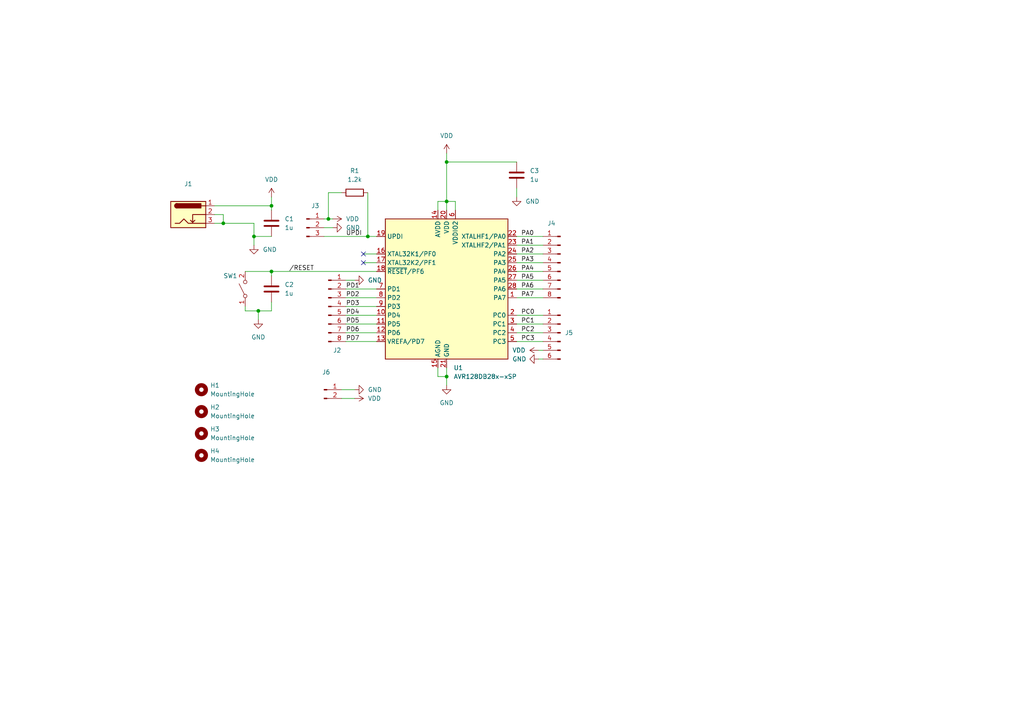
<source format=kicad_sch>
(kicad_sch (version 20211123) (generator eeschema)
  (paper "A4")
  (lib_symbols
    (symbol "Connector:Barrel_Jack_Switch_Pin3Ring" (pin_names hide)
      (property "Reference" "J" (at 0 5.334 0))
      (property "Value" "Barrel_Jack_Switch_Pin3Ring" (at 0 -5.08 0))
      (symbol "Barrel_Jack_Switch_Pin3Ring_0_1"
        (rectangle (start -5.08 3.81) (end 5.08 -3.81) (stroke (width 0.254)) (fill (type background)))
        (arc (start -3.302 3.175) (mid -3.937 2.54) (end -3.302 1.905) (stroke (width 0.254)))
        (arc (start -3.302 3.175) (mid -3.937 2.54) (end -3.302 1.905) (stroke (width 0.254)) (fill (type outline)))
        (polyline (pts (xy 1.27 -2.286) (xy 1.905 -1.651)) (stroke (width 0.254)))
        (polyline (pts (xy 5.08 2.54) (xy 3.81 2.54)) (stroke (width 0.254)))
        (polyline (pts (xy 5.08 0) (xy 1.27 0) (xy 1.27 -2.286) (xy 0.635 -1.651)) (stroke (width 0.254)))
        (polyline (pts (xy -3.81 -2.54) (xy -2.54 -2.54) (xy -1.27 -1.27) (xy 0 -2.54) (xy 2.54 -2.54) (xy 5.08 -2.54)) (stroke (width 0.254)))
        (rectangle (start 3.683 3.175) (end -3.302 1.905) (stroke (width 0.254)) (fill (type outline)))
      )
      (symbol "Barrel_Jack_Switch_Pin3Ring_1_1"
        (pin passive line (at 7.62 2.54 180) (length 2.54) (name "~") (number "1"))
        (pin passive line (at 7.62 0 180) (length 2.54) (name "~") (number "2"))
        (pin passive line (at 7.62 -2.54 180) (length 2.54) (name "~") (number "3"))
      )
    )
    (symbol "Connector:Conn_01x02_Male" (pin_names (offset 1.016) hide)
      (property "Reference" "J" (at 0 2.54 0))
      (property "Value" "Conn_01x02_Male" (at 0 -5.08 0))
      (symbol "Conn_01x02_Male_1_1"
        (polyline (pts (xy 1.27 -2.54) (xy 0.8636 -2.54)) (stroke (width 0.1524)))
        (polyline (pts (xy 1.27 0) (xy 0.8636 0)) (stroke (width 0.1524)))
        (rectangle (start 0.8636 -2.413) (end 0 -2.667) (stroke (width 0.1524)) (fill (type outline)))
        (rectangle (start 0.8636 0.127) (end 0 -0.127) (stroke (width 0.1524)) (fill (type outline)))
        (pin passive line (at 5.08 0 180) (length 3.81) (name "Pin_1") (number "1"))
        (pin passive line (at 5.08 -2.54 180) (length 3.81) (name "Pin_2") (number "2"))
      )
    )
    (symbol "Connector:Conn_01x03_Male" (pin_names (offset 1.016) hide)
      (property "Reference" "J" (at 0 5.08 0))
      (property "Value" "Conn_01x03_Male" (at 0 -5.08 0))
      (symbol "Conn_01x03_Male_1_1"
        (polyline (pts (xy 1.27 -2.54) (xy 0.8636 -2.54)) (stroke (width 0.1524)))
        (polyline (pts (xy 1.27 0) (xy 0.8636 0)) (stroke (width 0.1524)))
        (polyline (pts (xy 1.27 2.54) (xy 0.8636 2.54)) (stroke (width 0.1524)))
        (rectangle (start 0.8636 -2.413) (end 0 -2.667) (stroke (width 0.1524)) (fill (type outline)))
        (rectangle (start 0.8636 0.127) (end 0 -0.127) (stroke (width 0.1524)) (fill (type outline)))
        (rectangle (start 0.8636 2.667) (end 0 2.413) (stroke (width 0.1524)) (fill (type outline)))
        (pin passive line (at 5.08 2.54 180) (length 3.81) (name "Pin_1") (number "1"))
        (pin passive line (at 5.08 0 180) (length 3.81) (name "Pin_2") (number "2"))
        (pin passive line (at 5.08 -2.54 180) (length 3.81) (name "Pin_3") (number "3"))
      )
    )
    (symbol "Connector:Conn_01x06_Male" (pin_names (offset 1.016) hide)
      (property "Reference" "J" (at 0 7.62 0))
      (property "Value" "Conn_01x06_Male" (at 0 -10.16 0))
      (symbol "Conn_01x06_Male_1_1"
        (polyline (pts (xy 1.27 -7.62) (xy 0.8636 -7.62)) (stroke (width 0.1524)))
        (polyline (pts (xy 1.27 -5.08) (xy 0.8636 -5.08)) (stroke (width 0.1524)))
        (polyline (pts (xy 1.27 -2.54) (xy 0.8636 -2.54)) (stroke (width 0.1524)))
        (polyline (pts (xy 1.27 0) (xy 0.8636 0)) (stroke (width 0.1524)))
        (polyline (pts (xy 1.27 2.54) (xy 0.8636 2.54)) (stroke (width 0.1524)))
        (polyline (pts (xy 1.27 5.08) (xy 0.8636 5.08)) (stroke (width 0.1524)))
        (rectangle (start 0.8636 -7.493) (end 0 -7.747) (stroke (width 0.1524)) (fill (type outline)))
        (rectangle (start 0.8636 -4.953) (end 0 -5.207) (stroke (width 0.1524)) (fill (type outline)))
        (rectangle (start 0.8636 -2.413) (end 0 -2.667) (stroke (width 0.1524)) (fill (type outline)))
        (rectangle (start 0.8636 0.127) (end 0 -0.127) (stroke (width 0.1524)) (fill (type outline)))
        (rectangle (start 0.8636 2.667) (end 0 2.413) (stroke (width 0.1524)) (fill (type outline)))
        (rectangle (start 0.8636 5.207) (end 0 4.953) (stroke (width 0.1524)) (fill (type outline)))
        (pin passive line (at 5.08 5.08 180) (length 3.81) (name "Pin_1") (number "1"))
        (pin passive line (at 5.08 2.54 180) (length 3.81) (name "Pin_2") (number "2"))
        (pin passive line (at 5.08 0 180) (length 3.81) (name "Pin_3") (number "3"))
        (pin passive line (at 5.08 -2.54 180) (length 3.81) (name "Pin_4") (number "4"))
        (pin passive line (at 5.08 -5.08 180) (length 3.81) (name "Pin_5") (number "5"))
        (pin passive line (at 5.08 -7.62 180) (length 3.81) (name "Pin_6") (number "6"))
      )
    )
    (symbol "Connector:Conn_01x08_Male" (pin_names (offset 1.016) hide)
      (property "Reference" "J" (at 0 10.16 0))
      (property "Value" "Conn_01x08_Male" (at 0 -12.7 0))
      (symbol "Conn_01x08_Male_1_1"
        (polyline (pts (xy 1.27 -10.16) (xy 0.8636 -10.16)) (stroke (width 0.1524)))
        (polyline (pts (xy 1.27 -7.62) (xy 0.8636 -7.62)) (stroke (width 0.1524)))
        (polyline (pts (xy 1.27 -5.08) (xy 0.8636 -5.08)) (stroke (width 0.1524)))
        (polyline (pts (xy 1.27 -2.54) (xy 0.8636 -2.54)) (stroke (width 0.1524)))
        (polyline (pts (xy 1.27 0) (xy 0.8636 0)) (stroke (width 0.1524)))
        (polyline (pts (xy 1.27 2.54) (xy 0.8636 2.54)) (stroke (width 0.1524)))
        (polyline (pts (xy 1.27 5.08) (xy 0.8636 5.08)) (stroke (width 0.1524)))
        (polyline (pts (xy 1.27 7.62) (xy 0.8636 7.62)) (stroke (width 0.1524)))
        (rectangle (start 0.8636 -10.033) (end 0 -10.287) (stroke (width 0.1524)) (fill (type outline)))
        (rectangle (start 0.8636 -7.493) (end 0 -7.747) (stroke (width 0.1524)) (fill (type outline)))
        (rectangle (start 0.8636 -4.953) (end 0 -5.207) (stroke (width 0.1524)) (fill (type outline)))
        (rectangle (start 0.8636 -2.413) (end 0 -2.667) (stroke (width 0.1524)) (fill (type outline)))
        (rectangle (start 0.8636 0.127) (end 0 -0.127) (stroke (width 0.1524)) (fill (type outline)))
        (rectangle (start 0.8636 2.667) (end 0 2.413) (stroke (width 0.1524)) (fill (type outline)))
        (rectangle (start 0.8636 5.207) (end 0 4.953) (stroke (width 0.1524)) (fill (type outline)))
        (rectangle (start 0.8636 7.747) (end 0 7.493) (stroke (width 0.1524)) (fill (type outline)))
        (pin passive line (at 5.08 7.62 180) (length 3.81) (name "Pin_1") (number "1"))
        (pin passive line (at 5.08 5.08 180) (length 3.81) (name "Pin_2") (number "2"))
        (pin passive line (at 5.08 2.54 180) (length 3.81) (name "Pin_3") (number "3"))
        (pin passive line (at 5.08 0 180) (length 3.81) (name "Pin_4") (number "4"))
        (pin passive line (at 5.08 -2.54 180) (length 3.81) (name "Pin_5") (number "5"))
        (pin passive line (at 5.08 -5.08 180) (length 3.81) (name "Pin_6") (number "6"))
        (pin passive line (at 5.08 -7.62 180) (length 3.81) (name "Pin_7") (number "7"))
        (pin passive line (at 5.08 -10.16 180) (length 3.81) (name "Pin_8") (number "8"))
      )
    )
    (symbol "Device:C" (pin_numbers hide) (pin_names (offset 0.254))
      (property "Reference" "C" (at 0.635 2.54 0))
      (property "Value" "C" (at 0.635 -2.54 0))
      (symbol "C_0_1"
        (polyline (pts (xy -2.032 -0.762) (xy 2.032 -0.762)) (stroke (width 0.508)))
        (polyline (pts (xy -2.032 0.762) (xy 2.032 0.762)) (stroke (width 0.508)))
      )
      (symbol "C_1_1"
        (pin passive line (at 0 3.81 270) (length 2.794) (name "~") (number "1"))
        (pin passive line (at 0 -3.81 90) (length 2.794) (name "~") (number "2"))
      )
    )
    (symbol "Device:R" (pin_numbers hide) (pin_names (offset 0))
      (property "Reference" "R" (at 2.032 0 90))
      (property "Value" "R" (at 0 0 90))
      (symbol "R_0_1"
        (rectangle (start -1.016 -2.54) (end 1.016 2.54) (stroke (width 0.254)))
      )
      (symbol "R_1_1"
        (pin passive line (at 0 3.81 270) (length 1.27) (name "~") (number "1"))
        (pin passive line (at 0 -3.81 90) (length 1.27) (name "~") (number "2"))
      )
    )
    (symbol "MCU_Microchip_AVR_Dx:AVR128DB28x-xSP"
      (property "Reference" "U" (at -17.78 21.59 0))
      (property "Value" "AVR128DB28x-xSP" (at 2.54 -21.59 0))
      (symbol "AVR128DB28x-xSP_0_1"
        (rectangle (start -17.78 20.32) (end 17.78 -20.32) (stroke (width 0.254)) (fill (type background)))
      )
      (symbol "AVR128DB28x-xSP_1_1"
        (pin bidirectional line (at 20.32 -2.54 180) (length 2.54) (name "PA7") (number "1"))
        (pin bidirectional line (at -20.32 -7.62 0) (length 2.54) (name "PD4") (number "10"))
        (pin bidirectional line (at -20.32 -10.16 0) (length 2.54) (name "PD5") (number "11"))
        (pin bidirectional line (at -20.32 -12.7 0) (length 2.54) (name "PD6") (number "12"))
        (pin bidirectional line (at -20.32 -15.24 0) (length 2.54) (name "VREFA/PD7") (number "13"))
        (pin power_in line (at -2.54 22.86 270) (length 2.54) (name "AVDD") (number "14"))
        (pin power_in line (at -2.54 -22.86 90) (length 2.54) (name "AGND") (number "15"))
        (pin bidirectional line (at -20.32 10.16 0) (length 2.54) (name "XTAL32K1/PF0") (number "16"))
        (pin bidirectional line (at -20.32 7.62 0) (length 2.54) (name "XTAL32K2/PF1") (number "17"))
        (pin bidirectional line (at -20.32 5.08 0) (length 2.54) (name "~{RESET}/PF6") (number "18"))
        (pin input line (at -20.32 15.24 0) (length 2.54) (name "UPDI") (number "19"))
        (pin bidirectional line (at 20.32 -7.62 180) (length 2.54) (name "PC0") (number "2"))
        (pin power_in line (at 0 22.86 270) (length 2.54) (name "VDD") (number "20"))
        (pin power_in line (at 0 -22.86 90) (length 2.54) (name "GND") (number "21"))
        (pin bidirectional line (at 20.32 15.24 180) (length 2.54) (name "XTALHF1/PA0") (number "22"))
        (pin bidirectional line (at 20.32 12.7 180) (length 2.54) (name "XTALHF2/PA1") (number "23"))
        (pin bidirectional line (at 20.32 10.16 180) (length 2.54) (name "PA2") (number "24"))
        (pin bidirectional line (at 20.32 7.62 180) (length 2.54) (name "PA3") (number "25"))
        (pin bidirectional line (at 20.32 5.08 180) (length 2.54) (name "PA4") (number "26"))
        (pin bidirectional line (at 20.32 2.54 180) (length 2.54) (name "PA5") (number "27"))
        (pin bidirectional line (at 20.32 0 180) (length 2.54) (name "PA6") (number "28"))
        (pin bidirectional line (at 20.32 -10.16 180) (length 2.54) (name "PC1") (number "3"))
        (pin bidirectional line (at 20.32 -12.7 180) (length 2.54) (name "PC2") (number "4"))
        (pin bidirectional line (at 20.32 -15.24 180) (length 2.54) (name "PC3") (number "5"))
        (pin power_in line (at 2.54 22.86 270) (length 2.54) (name "VDDIO2") (number "6"))
        (pin bidirectional line (at -20.32 0 0) (length 2.54) (name "PD1") (number "7"))
        (pin bidirectional line (at -20.32 -2.54 0) (length 2.54) (name "PD2") (number "8"))
        (pin bidirectional line (at -20.32 -5.08 0) (length 2.54) (name "PD3") (number "9"))
      )
    )
    (symbol "Mechanical:MountingHole" (pin_names (offset 1.016))
      (property "Reference" "H" (at 0 5.08 0))
      (property "Value" "MountingHole" (at 0 3.175 0))
      (symbol "MountingHole_0_1"
        (circle (center 0 0) (radius 1.27) (stroke (width 1.27)))
      )
    )
    (symbol "Switch:SW_SPST" (pin_names (offset 0) hide)
      (property "Reference" "SW" (at 0 3.175 0))
      (property "Value" "SW_SPST" (at 0 -2.54 0))
      (symbol "SW_SPST_0_0"
        (circle (center -2.032 0) (radius 0.508))
        (polyline (pts (xy -1.524 0.254) (xy 1.524 1.778)))
        (circle (center 2.032 0) (radius 0.508))
      )
      (symbol "SW_SPST_1_1"
        (pin passive line (at -5.08 0 0) (length 2.54) (name "A") (number "1"))
        (pin passive line (at 5.08 0 180) (length 2.54) (name "B") (number "2"))
      )
    )
    (symbol "power:GND" (power) (pin_names (offset 0))
      (property "Value" "GND" (at 0 -3.81 0))
      (symbol "GND_0_1"
        (polyline (pts (xy 0 0) (xy 0 -1.27) (xy 1.27 -1.27) (xy 0 -2.54) (xy -1.27 -1.27) (xy 0 -1.27)))
      )
      (symbol "GND_1_1"
        (pin power_in line (at 0 0 270) (length 0) hide (name "GND") (number "1"))
      )
    )
    (symbol "power:VDD" (power) (pin_names (offset 0))
      (property "Value" "VDD" (at 0 3.81 0))
      (symbol "VDD_0_1"
        (polyline (pts (xy -0.762 1.27) (xy 0 2.54)))
        (polyline (pts (xy 0 0) (xy 0 2.54)))
        (polyline (pts (xy 0 2.54) (xy 0.762 1.27)))
      )
      (symbol "VDD_1_1"
        (pin power_in line (at 0 0 90) (length 0) hide (name "VDD") (number "1"))
      )
    )
  )
  (junction (at 74.93 90.17))
  (junction (at 73.66 68.58))
  (junction (at 129.54 46.99))
  (junction (at 95.25 63.5))
  (junction (at 129.54 58.42))
  (junction (at 64.77 64.77))
  (junction (at 129.54 109.22))
  (junction (at 78.74 78.74))
  (junction (at 78.74 59.69))
  (junction (at 106.68 68.58))
  (no_connect (at 105.41 76.2))
  (no_connect (at 105.41 73.66))
  (wire (pts (xy 78.74 57.15) (xy 78.74 59.69)))
  (wire (pts (xy 149.86 54.61) (xy 149.86 57.15)))
  (wire (pts (xy 149.86 68.58) (xy 157.48 68.58)))
  (wire (pts (xy 149.86 76.2) (xy 157.48 76.2)))
  (wire (pts (xy 62.23 64.77) (xy 64.77 64.77)))
  (wire (pts (xy 149.86 99.06) (xy 157.48 99.06)))
  (wire (pts (xy 62.23 59.69) (xy 78.74 59.69)))
  (wire (pts (xy 156.21 104.14) (xy 157.48 104.14)))
  (wire (pts (xy 78.74 78.74) (xy 78.74 80.01)))
  (wire (pts (xy 129.54 109.22) (xy 129.54 111.76)))
  (wire (pts (xy 149.86 73.66) (xy 157.48 73.66)))
  (wire (pts (xy 71.12 88.9) (xy 71.12 90.17)))
  (wire (pts (xy 64.77 62.23) (xy 64.77 64.77)))
  (wire (pts (xy 132.08 58.42) (xy 129.54 58.42)))
  (wire (pts (xy 149.86 96.52) (xy 157.48 96.52)))
  (wire (pts (xy 127 58.42) (xy 129.54 58.42)))
  (wire (pts (xy 149.86 93.98) (xy 157.48 93.98)))
  (wire (pts (xy 127 106.68) (xy 127 109.22)))
  (wire (pts (xy 156.21 101.6) (xy 157.48 101.6)))
  (wire (pts (xy 129.54 46.99) (xy 129.54 58.42)))
  (wire (pts (xy 100.33 96.52) (xy 109.22 96.52)))
  (wire (pts (xy 149.86 91.44) (xy 157.48 91.44)))
  (wire (pts (xy 74.93 90.17) (xy 74.93 92.71)))
  (wire (pts (xy 149.86 81.28) (xy 157.48 81.28)))
  (wire (pts (xy 100.33 83.82) (xy 109.22 83.82)))
  (wire (pts (xy 73.66 68.58) (xy 78.74 68.58)))
  (wire (pts (xy 106.68 68.58) (xy 109.22 68.58)))
  (wire (pts (xy 132.08 60.96) (xy 132.08 58.42)))
  (wire (pts (xy 99.06 113.03) (xy 102.87 113.03)))
  (wire (pts (xy 129.54 46.99) (xy 149.86 46.99)))
  (wire (pts (xy 78.74 90.17) (xy 78.74 87.63)))
  (wire (pts (xy 73.66 68.58) (xy 73.66 71.12)))
  (wire (pts (xy 100.33 81.28) (xy 102.87 81.28)))
  (wire (pts (xy 100.33 88.9) (xy 109.22 88.9)))
  (wire (pts (xy 74.93 90.17) (xy 78.74 90.17)))
  (wire (pts (xy 99.06 115.57) (xy 102.87 115.57)))
  (wire (pts (xy 64.77 64.77) (xy 73.66 64.77)))
  (wire (pts (xy 100.33 93.98) (xy 109.22 93.98)))
  (wire (pts (xy 78.74 59.69) (xy 78.74 60.96)))
  (wire (pts (xy 105.41 76.2) (xy 109.22 76.2)))
  (wire (pts (xy 127 109.22) (xy 129.54 109.22)))
  (wire (pts (xy 109.22 78.74) (xy 78.74 78.74)))
  (wire (pts (xy 100.33 91.44) (xy 109.22 91.44)))
  (wire (pts (xy 127 60.96) (xy 127 58.42)))
  (wire (pts (xy 100.33 99.06) (xy 109.22 99.06)))
  (wire (pts (xy 93.98 68.58) (xy 106.68 68.58)))
  (wire (pts (xy 129.54 44.45) (xy 129.54 46.99)))
  (wire (pts (xy 93.98 66.04) (xy 96.52 66.04)))
  (wire (pts (xy 129.54 58.42) (xy 129.54 60.96)))
  (wire (pts (xy 149.86 86.36) (xy 157.48 86.36)))
  (wire (pts (xy 99.06 55.88) (xy 95.25 55.88)))
  (wire (pts (xy 100.33 86.36) (xy 109.22 86.36)))
  (wire (pts (xy 149.86 71.12) (xy 157.48 71.12)))
  (wire (pts (xy 129.54 106.68) (xy 129.54 109.22)))
  (wire (pts (xy 71.12 90.17) (xy 74.93 90.17)))
  (wire (pts (xy 95.25 63.5) (xy 96.52 63.5)))
  (wire (pts (xy 71.12 78.74) (xy 78.74 78.74)))
  (wire (pts (xy 62.23 62.23) (xy 64.77 62.23)))
  (wire (pts (xy 95.25 55.88) (xy 95.25 63.5)))
  (wire (pts (xy 105.41 73.66) (xy 109.22 73.66)))
  (wire (pts (xy 149.86 78.74) (xy 157.48 78.74)))
  (wire (pts (xy 93.98 63.5) (xy 95.25 63.5)))
  (wire (pts (xy 73.66 64.77) (xy 73.66 68.58)))
  (wire (pts (xy 106.68 55.88) (xy 106.68 68.58)))
  (wire (pts (xy 149.86 83.82) (xy 157.48 83.82)))
  (label "PD3" (at 100.33 88.9 0))
  (label "{slash}RESET" (at 83.82 78.74 0))
  (label "PA0" (at 151.13 68.58 0))
  (label "PA1" (at 151.13 71.12 0))
  (label "PA4" (at 151.13 78.74 0))
  (label "PC3" (at 151.13 99.06 0))
  (label "PC2" (at 151.13 96.52 0))
  (label "PA6" (at 151.13 83.82 0))
  (label "PA5" (at 151.13 81.28 0))
  (label "PD1" (at 100.33 83.82 0))
  (label "PD5" (at 100.33 93.98 0))
  (label "PA2" (at 151.13 73.66 0))
  (label "PC0" (at 151.13 91.44 0))
  (label "PD2" (at 100.33 86.36 0))
  (label "PA7" (at 151.13 86.36 0))
  (label "PD7" (at 100.33 99.06 0))
  (label "PC1" (at 151.13 93.98 0))
  (label "PA3" (at 151.13 76.2 0))
  (label "PD4" (at 100.33 91.44 0))
  (label "UPDI" (at 100.33 68.58 0))
  (label "PD6" (at 100.33 96.52 0))
  (symbol (lib_id "power:GND") (at 74.93 92.71 0) (unit 1)
    (property "Reference" "#PWR02" (effects hide))
    (property "Value" "GND" (at 74.93 97.79 0))
  )
  (symbol (lib_id "power:GND") (at 156.21 104.14 270) (unit 1)
    (property "Reference" "#PWR011" (effects hide))
    (property "Value" "GND" (at 148.59 104.14 90) (effects (justify left)))
  )
  (symbol (lib_id "Connector:Conn_01x03_Male") (at 88.9 66.04 0) (unit 1)
    (property "Reference" "J3" (at 91.44 59.69 0))
    (property "Value" "Conn_01x03_Male" (effects hide))
    (property "Footprint" "Connector_PinHeader_2.54mm:PinHeader_1x03_P2.54mm_Vertical" (effects hide))
  )
  (symbol (lib_id "Mechanical:MountingHole") (at 58.42 132.08 0) (unit 1)
    (property "Reference" "H4" (at 60.96 130.8099 0) (effects (justify left)))
    (property "Value" "MountingHole" (at 60.96 133.3499 0) (effects (justify left)))
    (property "Footprint" "MountingHole:MountingHole_3.2mm_M3" (effects hide))
  )
  (symbol (lib_id "Connector:Conn_01x06_Male") (at 162.56 96.52 0) (mirror y) (unit 1)
    (property "Reference" "J5" (at 163.83 96.5199 0) (effects (justify right)))
    (property "Value" "Conn_01x06_Male" (effects hide))
    (property "Footprint" "Connector_PinHeader_2.54mm:PinHeader_1x06_P2.54mm_Vertical" (effects hide))
  )
  (symbol (lib_id "MCU_Microchip_AVR_Dx:AVR128DB28x-xSP") (at 129.54 83.82 0) (unit 1)
    (property "Reference" "U1" (at 131.5594 106.68 0) (effects (justify left)))
    (property "Value" "AVR128DB28x-xSP" (at 131.5594 109.22 0) (effects (justify left)))
    (property "Footprint" "Package_DIP:DIP-28_W7.62mm" (effects hide))
    (property "Datasheet" "https://ww1.microchip.com/downloads/en/DeviceDoc/AVR128DB28-32-48-64-DataSheet-DS40002247A.pdf" (effects hide))
  )
  (symbol (lib_id "Device:C") (at 78.74 83.82 0) (unit 1)
    (property "Reference" "C2" (at 82.55 82.5499 0) (effects (justify left)))
    (property "Value" "1u" (at 82.55 85.0899 0) (effects (justify left)))
    (property "Footprint" "Capacitor_THT:C_Disc_D7.5mm_W2.5mm_P5.00mm" (effects hide))
  )
  (symbol (lib_id "power:VDD") (at 102.87 115.57 270) (unit 1)
    (property "Reference" "#PWR0101" (effects hide))
    (property "Value" "VDD" (at 106.68 115.5699 90) (effects (justify left)))
  )
  (symbol (lib_id "power:GND") (at 129.54 111.76 0) (unit 1)
    (property "Reference" "#PWR08" (effects hide))
    (property "Value" "GND" (at 129.54 116.84 0))
  )
  (symbol (lib_id "Connector:Conn_01x08_Male") (at 95.25 88.9 0) (unit 1)
    (property "Reference" "J2" (at 97.79 101.6 0))
    (property "Value" "Conn_01x08_Male" (effects hide))
    (property "Footprint" "Connector_PinHeader_2.54mm:PinHeader_1x08_P2.54mm_Vertical" (effects hide))
  )
  (symbol (lib_id "power:GND") (at 96.52 66.04 90) (unit 1)
    (property "Reference" "#PWR05" (effects hide))
    (property "Value" "GND" (at 100.33 66.0399 90) (effects (justify right)))
  )
  (symbol (lib_id "power:GND") (at 149.86 57.15 0) (unit 1)
    (property "Reference" "#PWR09" (effects hide))
    (property "Value" "GND" (at 152.4 58.4199 0) (effects (justify left)))
  )
  (symbol (lib_id "Mechanical:MountingHole") (at 58.42 113.03 0) (unit 1)
    (property "Reference" "H1" (at 60.96 111.7599 0) (effects (justify left)))
    (property "Value" "MountingHole" (at 60.96 114.2999 0) (effects (justify left)))
    (property "Footprint" "MountingHole:MountingHole_3.2mm_M3" (effects hide))
  )
  (symbol (lib_id "power:VDD") (at 96.52 63.5 270) (unit 1)
    (property "Reference" "#PWR04" (effects hide))
    (property "Value" "VDD" (at 100.33 63.4999 90) (effects (justify left)))
  )
  (symbol (lib_id "power:GND") (at 102.87 113.03 90) (unit 1)
    (property "Reference" "#PWR0102" (effects hide))
    (property "Value" "GND" (at 106.68 113.0299 90) (effects (justify right)))
  )
  (symbol (lib_id "power:VDD") (at 129.54 44.45 0) (unit 1)
    (property "Reference" "#PWR07" (effects hide))
    (property "Value" "VDD" (at 129.54 39.37 0))
  )
  (symbol (lib_id "Mechanical:MountingHole") (at 58.42 119.38 0) (unit 1)
    (property "Reference" "H2" (at 60.96 118.1099 0) (effects (justify left)))
    (property "Value" "MountingHole" (at 60.96 120.6499 0) (effects (justify left)))
    (property "Footprint" "MountingHole:MountingHole_3.2mm_M3" (effects hide))
  )
  (symbol (lib_id "Connector:Barrel_Jack_Switch_Pin3Ring") (at 54.61 62.23 0) (unit 1)
    (property "Reference" "J1" (at 54.61 53.34 0))
    (property "Value" "Barrel_Jack_Switch_Pin3Ring" (effects hide))
    (property "Footprint" "Connector_BarrelJack:BarrelJack_Kycon_KLDX-0202-xC_Horizontal" (effects hide))
  )
  (symbol (lib_id "power:GND") (at 73.66 71.12 0) (unit 1)
    (property "Reference" "#PWR01" (effects hide))
    (property "Value" "GND" (at 76.2 72.3899 0) (effects (justify left)))
  )
  (symbol (lib_id "Switch:SW_SPST") (at 71.12 83.82 90) (unit 1)
    (property "Reference" "SW1" (at 64.77 80.01 90) (effects (justify right)))
    (property "Value" "SW_SPST" (effects hide))
    (property "Footprint" "Button_Switch_THT:SW_PUSH_6mm" (effects hide))
  )
  (symbol (lib_id "power:VDD") (at 78.74 57.15 0) (unit 1)
    (property "Reference" "#PWR03" (effects hide))
    (property "Value" "VDD" (at 78.74 52.07 0))
  )
  (symbol (lib_id "Connector:Conn_01x02_Male") (at 93.98 113.03 0) (unit 1)
    (property "Reference" "J6" (at 94.615 107.95 0))
    (property "Value" "Conn_01x02_Male" (effects hide))
    (property "Footprint" "Connector_PinHeader_2.54mm:PinHeader_1x02_P2.54mm_Vertical" (effects hide))
  )
  (symbol (lib_id "Mechanical:MountingHole") (at 58.42 125.73 0) (unit 1)
    (property "Reference" "H3" (at 60.96 124.4599 0) (effects (justify left)))
    (property "Value" "MountingHole" (at 60.96 126.9999 0) (effects (justify left)))
    (property "Footprint" "MountingHole:MountingHole_3.2mm_M3" (effects hide))
  )
  (symbol (lib_id "Device:R") (at 102.87 55.88 90) (unit 1)
    (property "Reference" "R1" (at 102.87 49.53 90))
    (property "Value" "1.2k" (at 102.87 52.07 90))
    (property "Footprint" "Resistor_THT:R_Axial_DIN0309_L9.0mm_D3.2mm_P12.70mm_Horizontal" (effects hide))
  )
  (symbol (lib_id "power:VDD") (at 156.21 101.6 90) (unit 1)
    (property "Reference" "#PWR010" (effects hide))
    (property "Value" "VDD" (at 148.59 101.6 90) (effects (justify right)))
  )
  (symbol (lib_id "power:GND") (at 102.87 81.28 90) (unit 1)
    (property "Reference" "#PWR06" (effects hide))
    (property "Value" "GND" (at 106.68 81.2799 90) (effects (justify right)))
  )
  (symbol (lib_id "Connector:Conn_01x08_Male") (at 162.56 76.2 0) (mirror y) (unit 1)
    (property "Reference" "J4" (at 158.75 64.77 0) (effects (justify right)))
    (property "Value" "Conn_01x08_Male" (effects hide))
    (property "Footprint" "Connector_PinHeader_2.54mm:PinHeader_1x08_P2.54mm_Vertical" (effects hide))
  )
  (symbol (lib_id "Device:C") (at 149.86 50.8 0) (unit 1)
    (property "Reference" "C3" (at 153.67 49.5299 0) (effects (justify left)))
    (property "Value" "1u" (at 153.67 52.0699 0) (effects (justify left)))
    (property "Footprint" "Capacitor_THT:C_Disc_D7.5mm_W2.5mm_P5.00mm" (effects hide))
  )
  (symbol (lib_id "Device:C") (at 78.74 64.77 0) (unit 1)
    (property "Reference" "C1" (at 82.55 63.4999 0) (effects (justify left)))
    (property "Value" "1u" (at 82.55 66.0399 0) (effects (justify left)))
    (property "Footprint" "Capacitor_THT:C_Disc_D7.5mm_W2.5mm_P5.00mm" (effects hide))
  )
)
</source>
